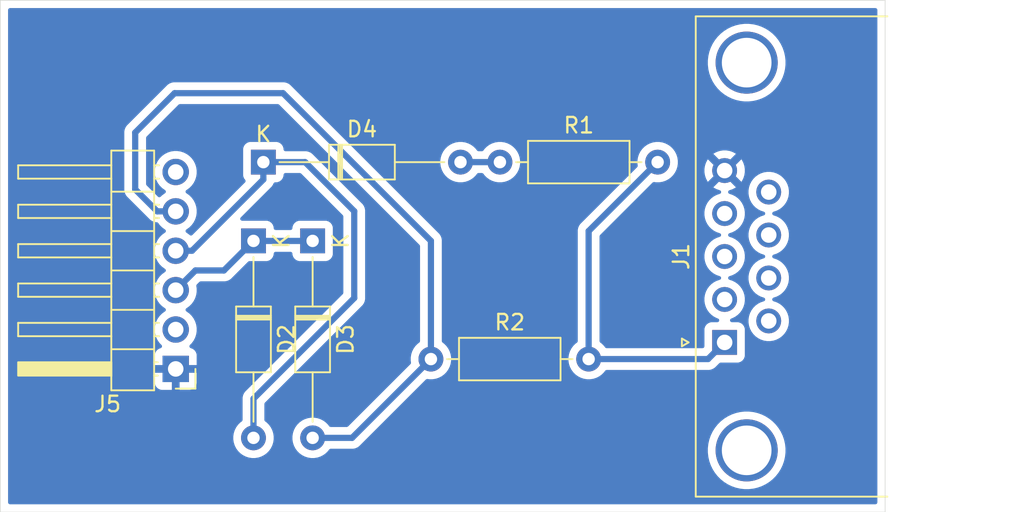
<source format=kicad_pcb>
(kicad_pcb (version 20241229) (generator "pcbnew") (generator_version "9.0")
  (layers (0 "F.Cu" signal) (2 "B.Cu" signal) (13 "F.Paste" user) (15 "B.Paste" user) (5 "F.SilkS" user "F.Silkscreen") (7 "B.SilkS" user "B.Silkscreen") (1 "F.Mask" user) (3 "B.Mask" user) (25 "Edge.Cuts" user))
  (net 0 "")
  (net 1 "Net-(D2-K)")
  (net 2 "Net-(D2-A)")
  (net 9 "Net-(J1-Pad1)")
  (net 13 "/GND")
  (net 14 "Net-(D3-A)")
  (net 15 "Net-(D4-A)")
  (footprint "Diode_THT:D_DO-35_SOD27_P12.70mm_Horizontal" (layer "F.Cu") (at 198.12 56.515 -90)
    (property "Reference" "D3" (at 6.35 -2.12 90) (layer "F.SilkS"))
    (property "Value" "D_Filled")
    (fp_line (start 4.23 1.12) (end 8.47 1.12) (stroke (width 0.12)) (layer "F.SilkS"))
    (fp_line (start 8.47 1.12) (end 8.47 -1.12) (stroke (width 0.12)) (layer "F.SilkS"))
    (fp_line (start 1.04 0) (end 4.23 0) (stroke (width 0.12)) (layer "F.SilkS"))
    (fp_line (start 11.66 0) (end 8.47 0) (stroke (width 0.12)) (layer "F.SilkS"))
    (fp_line (start 4.23 -1.12) (end 4.23 1.12) (stroke (width 0.12)) (layer "F.SilkS"))
    (fp_line (start 4.83 -1.12) (end 4.83 1.12) (stroke (width 0.12)) (layer "F.SilkS"))
    (fp_line (start 4.95 -1.12) (end 4.95 1.12) (stroke (width 0.12)) (layer "F.SilkS"))
    (fp_line (start 5.07 -1.12) (end 5.07 1.12) (stroke (width 0.12)) (layer "F.SilkS"))
    (fp_line (start 8.47 -1.12) (end 4.23 -1.12) (stroke (width 0.12)) (layer "F.SilkS"))
    (fp_text user "K" (at 0 -1.8 90) (layer "F.SilkS"))
    (pad "1" thru_hole rect (at 0 0 270) (size 1.6 1.6) (drill 0.8) (layers "*.Cu" "*.Mask") (net 1 "Net-(D2-K)"))
    (pad "2" thru_hole oval (at 12.7 0 270) (size 1.6 1.6) (drill 0.8) (layers "*.Cu" "*.Mask") (net 14 "Net-(D3-A)"))
  )
  (footprint "Connector_PinHeader_2.54mm:PinHeader_1x06_P2.54mm_Horizontal" (layer "F.Cu") (at 189.3 64.77 180)
    (property "Reference" "J5" (at 4.385 -2.27 0) (layer "F.SilkS"))
    (property "Value" "FTDI header")
    (fp_line (start 10.15 13.13) (end 4.15 13.13) (stroke (width 0.12)) (layer "F.SilkS"))
    (fp_line (start 10.15 12.27) (end 10.15 13.13) (stroke (width 0.12)) (layer "F.SilkS"))
    (fp_line (start 10.15 10.59) (end 4.15 10.59) (stroke (width 0.12)) (layer "F.SilkS"))
    (fp_line (start 10.15 9.73) (end 10.15 10.59) (stroke (width 0.12)) (layer "F.SilkS"))
    (fp_line (start 10.15 8.05) (end 4.15 8.05) (stroke (width 0.12)) (layer "F.SilkS"))
    (fp_line (start 10.15 7.19) (end 10.15 8.05) (stroke (width 0.12)) (layer "F.SilkS"))
    (fp_line (start 10.15 5.51) (end 4.15 5.51) (stroke (width 0.12)) (layer "F.SilkS"))
    (fp_line (start 10.15 4.65) (end 10.15 5.51) (stroke (width 0.12)) (layer "F.SilkS"))
    (fp_line (start 10.15 2.97) (end 4.15 2.97) (stroke (width 0.12)) (layer "F.SilkS"))
    (fp_line (start 10.15 2.11) (end 10.15 2.97) (stroke (width 0.12)) (layer "F.SilkS"))
    (fp_line (start 4.15 14.08) (end 4.15 -1.38) (stroke (width 0.12)) (layer "F.SilkS"))
    (fp_line (start 4.15 12.27) (end 10.15 12.27) (stroke (width 0.12)) (layer "F.SilkS"))
    (fp_line (start 4.15 9.73) (end 10.15 9.73) (stroke (width 0.12)) (layer "F.SilkS"))
    (fp_line (start 4.15 7.19) (end 10.15 7.19) (stroke (width 0.12)) (layer "F.SilkS"))
    (fp_line (start 4.15 4.65) (end 10.15 4.65) (stroke (width 0.12)) (layer "F.SilkS"))
    (fp_line (start 4.15 2.11) (end 10.15 2.11) (stroke (width 0.12)) (layer "F.SilkS"))
    (fp_line (start 4.15 -1.38) (end 1.39 -1.38) (stroke (width 0.12)) (layer "F.SilkS"))
    (fp_line (start 1.39 14.08) (end 4.15 14.08) (stroke (width 0.12)) (layer "F.SilkS"))
    (fp_line (start 1.39 11.43) (end 4.15 11.43) (stroke (width 0.12)) (layer "F.SilkS"))
    (fp_line (start 1.39 8.89) (end 4.15 8.89) (stroke (width 0.12)) (layer "F.SilkS"))
    (fp_line (start 1.39 6.35) (end 4.15 6.35) (stroke (width 0.12)) (layer "F.SilkS"))
    (fp_line (start 1.39 3.81) (end 4.15 3.81) (stroke (width 0.12)) (layer "F.SilkS"))
    (fp_line (start 1.39 1.27) (end 4.15 1.27) (stroke (width 0.12)) (layer "F.SilkS"))
    (fp_line (start 1.39 -1.38) (end 1.39 14.08) (stroke (width 0.12)) (layer "F.SilkS"))
    (fp_line (start 1.16 0.43) (end 1.39 0.43) (stroke (width 0.12)) (layer "F.SilkS"))
    (fp_line (start 1.16 -0.43) (end 1.39 -0.43) (stroke (width 0.12)) (layer "F.SilkS"))
    (fp_line (start 1.077358 13.13) (end 1.39 13.13) (stroke (width 0.12)) (layer "F.SilkS"))
    (fp_line (start 1.077358 12.27) (end 1.39 12.27) (stroke (width 0.12)) (layer "F.SilkS"))
    (fp_line (start 1.077358 10.59) (end 1.39 10.59) (stroke (width 0.12)) (layer "F.SilkS"))
    (fp_line (start 1.077358 9.73) (end 1.39 9.73) (stroke (width 0.12)) (layer "F.SilkS"))
    (fp_line (start 1.077358 8.05) (end 1.39 8.05) (stroke (width 0.12)) (layer "F.SilkS"))
    (fp_line (start 1.077358 7.19) (end 1.39 7.19) (stroke (width 0.12)) (layer "F.SilkS"))
    (fp_line (start 1.077358 5.51) (end 1.39 5.51) (stroke (width 0.12)) (layer "F.SilkS"))
    (fp_line (start 1.077358 4.65) (end 1.39 4.65) (stroke (width 0.12)) (layer "F.SilkS"))
    (fp_line (start 1.077358 2.97) (end 1.39 2.97) (stroke (width 0.12)) (layer "F.SilkS"))
    (fp_line (start 1.077358 2.11) (end 1.39 2.11) (stroke (width 0.12)) (layer "F.SilkS"))
    (fp_line (start -1.27 0) (end -1.27 -1.27) (stroke (width 0.12)) (layer "F.SilkS"))
    (fp_line (start -1.27 -1.27) (end 0 -1.27) (stroke (width 0.12)) (layer "F.SilkS"))
    (fp_rect (start 4.15 -0.43) (end 10.15 0.43) (stroke (width 0.12)) (fill yes) (layer "F.SilkS"))
    (pad "1" thru_hole rect (at 0 0 180) (size 1.7 1.7) (drill 1) (layers "*.Cu" "*.Mask") (net 13 "/GND"))
    (pad "2" thru_hole circle (at 0 2.54 180) (size 1.7 1.7) (drill 1) (layers "*.Cu" "*.Mask"))
    (pad "3" thru_hole circle (at 0 5.08 180) (size 1.7 1.7) (drill 1) (layers "*.Cu" "*.Mask") (net 1 "Net-(D2-K)"))
    (pad "4" thru_hole circle (at 0 7.62 180) (size 1.7 1.7) (drill 1) (layers "*.Cu" "*.Mask") (net 2 "Net-(D2-A)"))
    (pad "5" thru_hole circle (at 0 10.16 180) (size 1.7 1.7) (drill 1) (layers "*.Cu" "*.Mask") (net 14 "Net-(D3-A)"))
    (pad "6" thru_hole circle (at 0 12.7 180) (size 1.7 1.7) (drill 1) (layers "*.Cu" "*.Mask"))
  )
  (footprint "Resistor_THT:R_Axial_DIN0207_L6.3mm_D2.5mm_P10.16mm_Horizontal" (layer "F.Cu") (at 210.185 51.435)
    (property "Reference" "R1" (at 5.08 -2.37 0) (layer "F.SilkS"))
    (property "Value" "1k")
    (fp_line (start 1.04 0) (end 1.81 0) (stroke (width 0.12)) (layer "F.SilkS"))
    (fp_line (start 1.81 -1.37) (end 1.81 1.37) (stroke (width 0.12)) (layer "F.SilkS"))
    (fp_line (start 1.81 1.37) (end 8.35 1.37) (stroke (width 0.12)) (layer "F.SilkS"))
    (fp_line (start 8.35 -1.37) (end 1.81 -1.37) (stroke (width 0.12)) (layer "F.SilkS"))
    (fp_line (start 8.35 1.37) (end 8.35 -1.37) (stroke (width 0.12)) (layer "F.SilkS"))
    (fp_line (start 9.12 0) (end 8.35 0) (stroke (width 0.12)) (layer "F.SilkS"))
    (pad "1" thru_hole circle (at 0 0) (size 1.6 1.6) (drill 0.8) (layers "*.Cu" "*.Mask") (net 15 "Net-(D4-A)"))
    (pad "2" thru_hole oval (at 10.16 0) (size 1.6 1.6) (drill 0.8) (layers "*.Cu" "*.Mask") (net 9 "Net-(J1-Pad1)"))
  )
  (footprint "Diode_THT:D_DO-35_SOD27_P12.70mm_Horizontal" (layer "F.Cu") (at 194.945 51.435)
    (property "Reference" "D4" (at 6.35 -2.12 0) (layer "F.SilkS"))
    (property "Value" "D_Filled")
    (fp_line (start 1.04 0) (end 4.23 0) (stroke (width 0.12)) (layer "F.SilkS"))
    (fp_line (start 4.23 -1.12) (end 4.23 1.12) (stroke (width 0.12)) (layer "F.SilkS"))
    (fp_line (start 4.23 1.12) (end 8.47 1.12) (stroke (width 0.12)) (layer "F.SilkS"))
    (fp_line (start 4.83 -1.12) (end 4.83 1.12) (stroke (width 0.12)) (layer "F.SilkS"))
    (fp_line (start 4.95 -1.12) (end 4.95 1.12) (stroke (width 0.12)) (layer "F.SilkS"))
    (fp_line (start 5.07 -1.12) (end 5.07 1.12) (stroke (width 0.12)) (layer "F.SilkS"))
    (fp_line (start 8.47 -1.12) (end 4.23 -1.12) (stroke (width 0.12)) (layer "F.SilkS"))
    (fp_line (start 8.47 1.12) (end 8.47 -1.12) (stroke (width 0.12)) (layer "F.SilkS"))
    (fp_line (start 11.66 0) (end 8.47 0) (stroke (width 0.12)) (layer "F.SilkS"))
    (fp_text user "K" (at 0 -1.8 0) (layer "F.SilkS"))
    (pad "1" thru_hole rect (at 0 0) (size 1.6 1.6) (drill 0.8) (layers "*.Cu" "*.Mask") (net 2 "Net-(D2-A)"))
    (pad "2" thru_hole oval (at 12.7 0) (size 1.6 1.6) (drill 0.8) (layers "*.Cu" "*.Mask") (net 15 "Net-(D4-A)"))
  )
  (footprint "Diode_THT:D_DO-35_SOD27_P12.70mm_Horizontal" (layer "F.Cu") (at 194.31 56.515 -90)
    (property "Reference" "D2" (at 6.35 -2.12 90) (layer "F.SilkS"))
    (property "Value" "D_Filled")
    (fp_line (start 4.23 1.12) (end 8.47 1.12) (stroke (width 0.12)) (layer "F.SilkS"))
    (fp_line (start 8.47 1.12) (end 8.47 -1.12) (stroke (width 0.12)) (layer "F.SilkS"))
    (fp_line (start 1.04 0) (end 4.23 0) (stroke (width 0.12)) (layer "F.SilkS"))
    (fp_line (start 11.66 0) (end 8.47 0) (stroke (width 0.12)) (layer "F.SilkS"))
    (fp_line (start 4.23 -1.12) (end 4.23 1.12) (stroke (width 0.12)) (layer "F.SilkS"))
    (fp_line (start 4.83 -1.12) (end 4.83 1.12) (stroke (width 0.12)) (layer "F.SilkS"))
    (fp_line (start 4.95 -1.12) (end 4.95 1.12) (stroke (width 0.12)) (layer "F.SilkS"))
    (fp_line (start 5.07 -1.12) (end 5.07 1.12) (stroke (width 0.12)) (layer "F.SilkS"))
    (fp_line (start 8.47 -1.12) (end 4.23 -1.12) (stroke (width 0.12)) (layer "F.SilkS"))
    (fp_text user "K" (at 0 -1.8 90) (layer "F.SilkS"))
    (pad "1" thru_hole rect (at 0 0 270) (size 1.6 1.6) (drill 0.8) (layers "*.Cu" "*.Mask") (net 1 "Net-(D2-K)"))
    (pad "2" thru_hole oval (at 12.7 0 270) (size 1.6 1.6) (drill 0.8) (layers "*.Cu" "*.Mask") (net 2 "Net-(D2-A)"))
  )
  (footprint "Connector_Dsub:DSUB-9_Pins_Horizontal_P2.77x2.84mm_EdgePinOffset7.70mm_Housed_MountingHolesOffset9.12mm" (layer "F.Cu") (at 224.66 63.06 90)
    (property "Reference" "J1" (at 5.54 -2.8 90) (layer "F.SilkS"))
    (property "Value" "DE9_Pins_MountingHoles")
    (fp_line (start 0.25 -2.754338) (end 0 -2.321325) (stroke (width 0.12)) (layer "F.SilkS"))
    (fp_line (start -0.25 -2.754338) (end 0.25 -2.754338) (stroke (width 0.12)) (layer "F.SilkS"))
    (fp_line (start 0 -2.321325) (end -0.25 -2.754338) (stroke (width 0.12)) (layer "F.SilkS"))
    (fp_line (start 21.025 -1.86) (end 21.025 10.48) (stroke (width 0.12)) (layer "F.SilkS"))
    (fp_line (start -9.945 -1.86) (end 21.025 -1.86) (stroke (width 0.12)) (layer "F.SilkS"))
    (fp_line (start -9.945 10.48) (end -9.945 -1.86) (stroke (width 0.12)) (layer "F.SilkS"))
    (pad "0" thru_hole circle (at -6.96 1.42 90) (size 4 4) (drill 3.2) (layers "*.Cu" "*.Mask"))
    (pad "0" thru_hole circle (at 18.04 1.42 90) (size 4 4) (drill 3.2) (layers "*.Cu" "*.Mask"))
    (pad "1" thru_hole rect (at 0 0 90) (size 1.6 1.6) (drill 1) (layers "*.Cu" "*.Mask") (net 9 "Net-(J1-Pad1)"))
    (pad "2" thru_hole circle (at 2.77 0 90) (size 1.6 1.6) (drill 1) (layers "*.Cu" "*.Mask"))
    (pad "3" thru_hole circle (at 5.54 0 90) (size 1.6 1.6) (drill 1) (layers "*.Cu" "*.Mask"))
    (pad "4" thru_hole circle (at 8.31 0 90) (size 1.6 1.6) (drill 1) (layers "*.Cu" "*.Mask"))
    (pad "5" thru_hole circle (at 11.08 0 90) (size 1.6 1.6) (drill 1) (layers "*.Cu" "*.Mask") (net 13 "/GND"))
    (pad "6" thru_hole circle (at 1.385 2.84 90) (size 1.6 1.6) (drill 1) (layers "*.Cu" "*.Mask"))
    (pad "7" thru_hole circle (at 4.155 2.84 90) (size 1.6 1.6) (drill 1) (layers "*.Cu" "*.Mask"))
    (pad "8" thru_hole circle (at 6.925 2.84 90) (size 1.6 1.6) (drill 1) (layers "*.Cu" "*.Mask"))
    (pad "9" thru_hole circle (at 9.695 2.84 90) (size 1.6 1.6) (drill 1) (layers "*.Cu" "*.Mask"))
  )
  (footprint "Resistor_THT:R_Axial_DIN0207_L6.3mm_D2.5mm_P10.16mm_Horizontal" (layer "F.Cu") (at 205.74 64.135)
    (property "Reference" "R2" (at 5.08 -2.37 0) (layer "F.SilkS"))
    (property "Value" "1k")
    (fp_line (start 1.04 0) (end 1.81 0) (stroke (width 0.12)) (layer "F.SilkS"))
    (fp_line (start 1.81 -1.37) (end 1.81 1.37) (stroke (width 0.12)) (layer "F.SilkS"))
    (fp_line (start 1.81 1.37) (end 8.35 1.37) (stroke (width 0.12)) (layer "F.SilkS"))
    (fp_line (start 8.35 -1.37) (end 1.81 -1.37) (stroke (width 0.12)) (layer "F.SilkS"))
    (fp_line (start 8.35 1.37) (end 8.35 -1.37) (stroke (width 0.12)) (layer "F.SilkS"))
    (fp_line (start 9.12 0) (end 8.35 0) (stroke (width 0.12)) (layer "F.SilkS"))
    (pad "1" thru_hole circle (at 0 0) (size 1.6 1.6) (drill 0.8) (layers "*.Cu" "*.Mask") (net 14 "Net-(D3-A)"))
    (pad "2" thru_hole oval (at 10.16 0) (size 1.6 1.6) (drill 0.8) (layers "*.Cu" "*.Mask") (net 9 "Net-(J1-Pad1)"))
  )
  (gr_rect (start 178 41) (end 235 74) (stroke (width 0.0381)) (fill no) (layer "Edge.Cuts"))
  (segment (start 190.57 58.42) (end 189.3 59.69) (width 0.4) (layer "B.Cu") (net 1))
  (segment (start 194.31 56.515) (end 192.405 58.42) (width 0.4) (layer "B.Cu") (net 1))
  (segment (start 198.12 56.515) (end 194.31 56.515) (width 0.4) (layer "B.Cu") (net 1))
  (segment (start 192.405 58.42) (end 190.57 58.42) (width 0.4) (layer "B.Cu") (net 1))
  (segment (start 194.31 66.69) (end 194.31 69.215) (width 0.4) (layer "B.Cu") (net 2))
  (segment (start 197.635 51.435) (end 200.8 54.6) (width 0.4) (layer "B.Cu") (net 2))
  (segment (start 190.35 57.15) (end 194.945 52.555) (width 0.4) (layer "B.Cu") (net 2))
  (segment (start 194.945 52.555) (end 194.945 51.435) (width 0.4) (layer "B.Cu") (net 2))
  (segment (start 189.3 57.15) (end 190.35 57.15) (width 0.4) (layer "B.Cu") (net 2))
  (segment (start 200.8 60.2) (end 194.31 66.69) (width 0.4) (layer "B.Cu") (net 2))
  (segment (start 194.945 51.435) (end 197.635 51.435) (width 0.4) (layer "B.Cu") (net 2))
  (segment (start 200.8 54.6) (end 200.8 60.2) (width 0.4) (layer "B.Cu") (net 2))
  (segment (start 215.9 55.88) (end 220.345 51.435) (width 0.4) (layer "B.Cu") (net 9))
  (segment (start 215.9 64.135) (end 223.588 64.135) (width 0.4) (layer "B.Cu") (net 9))
  (segment (start 215.9 64.135) (end 215.9 55.88) (width 0.4) (layer "B.Cu") (net 9))
  (segment (start 223.588 64.135) (end 224.663 63.06) (width 0.4) (layer "B.Cu") (net 9))
  (segment (start 189.23 46.99) (end 186.69 49.53) (width 0.4) (layer "B.Cu") (net 14))
  (segment (start 188.11 54.61) (end 189.3 54.61) (width 0.4) (layer "B.Cu") (net 14))
  (segment (start 186.69 53.19) (end 188.11 54.61) (width 0.4) (layer "B.Cu") (net 14))
  (segment (start 196.215 46.99) (end 189.23 46.99) (width 0.4) (layer "B.Cu") (net 14))
  (segment (start 205.74 64.135) (end 200.66 69.215) (width 0.4) (layer "B.Cu") (net 14))
  (segment (start 205.74 56.515) (end 196.215 46.99) (width 0.4) (layer "B.Cu") (net 14))
  (segment (start 186.69 49.53) (end 186.69 53.19) (width 0.4) (layer "B.Cu") (net 14))
  (segment (start 205.74 64.135) (end 205.74 56.515) (width 0.4) (layer "B.Cu") (net 14))
  (segment (start 200.66 69.215) (end 198.12 69.215) (width 0.4) (layer "B.Cu") (net 14))
  (segment (start 210.185 51.435) (end 207.645 51.435) (width 0.4) (layer "B.Cu") (net 15))
  (zone (net 13) (net_name "/GND") (layer "B.Cu") (connect_pads (clearance 0.5)) (min_thickness 0.25) (fill yes (thermal_gap 0.5) (thermal_bridge_width 0.5))
    (polygon (pts (xy 178 41) (xy 178 74) (xy 235 74) (xy 235 41)))
  )
)
</source>
